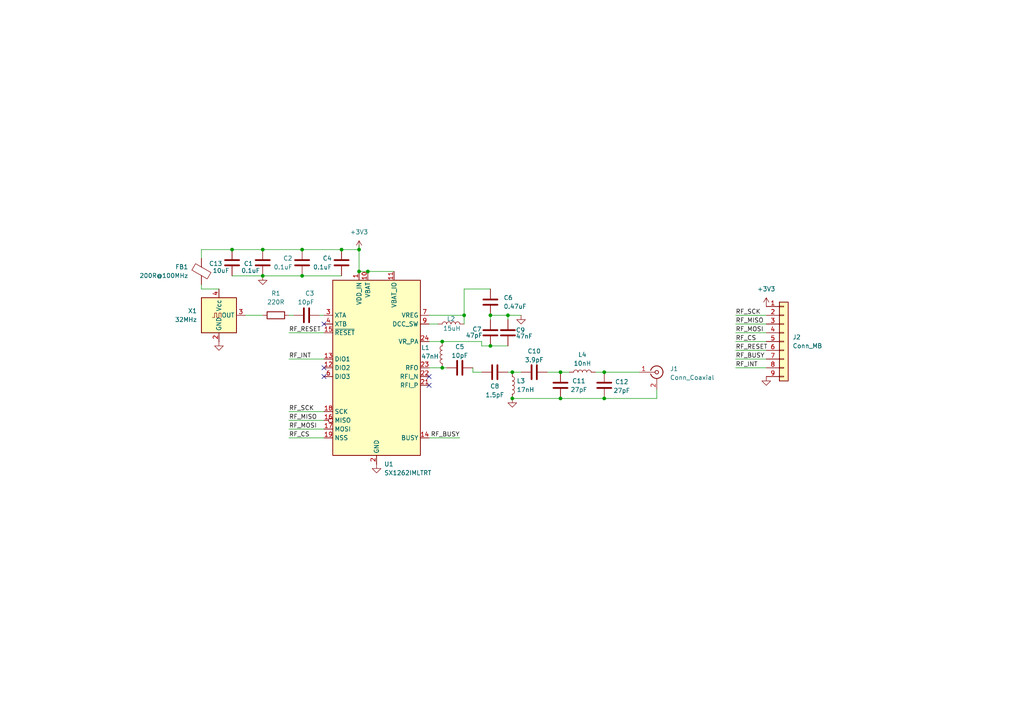
<source format=kicad_sch>
(kicad_sch (version 20250114) (generator "eeschema") (generator_version "9.0")
  (paper "A4")
  (title_block (title "LoRa Communication Module") (date "2025-05-18") (rev "v1.0") (company "Ottawa Skybound") (comment 1 "Designed by Adam Turaj"))
  (lib_symbols
    (symbol "Connector:Conn_Coaxial" (pin_names (offset 1.016) (hide yes))
      (property "Reference" "J" (at 0.254 3.048 0))
      (property "Value" "Conn_Coaxial" (at 2.921 0 90))
      (symbol "Conn_Coaxial_0_1"
        (polyline (pts (xy -2.54 0) (xy -0.508 0)))
        (arc (start 1.778 0) (mid 0.222 -1.8079) (end -1.778 -0.508) (stroke (width 0.254)))
        (arc (start -1.778 0.508) (mid 0.2221 1.8084) (end 1.778 0) (stroke (width 0.254)))
        (circle (center 0 0) (radius 0.508) (stroke (width 0.2032)))
        (polyline (pts (xy 0 -2.54) (xy 0 -1.778)))
      )
      (symbol "Conn_Coaxial_1_1"
        (pin passive line (at -5.08 0 0) (length 2.54) (name "In") (number "1"))
        (pin passive line (at 0 -5.08 90) (length 2.54) (name "Ext") (number "2"))
      )
    )
    (symbol "Connector_Generic:Conn_01x09" (pin_names (offset 1.016) (hide yes))
      (property "Reference" "J" (at 0 12.7 0))
      (property "Value" "Conn_01x09" (at 0 -12.7 0))
      (symbol "Conn_01x09_1_1"
        (rectangle (start -1.27 11.43) (end 1.27 -11.43) (stroke (width 0.254)) (fill (type background)))
        (rectangle (start -1.27 10.287) (end 0 10.033) (stroke (width 0.1524)))
        (rectangle (start -1.27 7.747) (end 0 7.493) (stroke (width 0.1524)))
        (rectangle (start -1.27 5.207) (end 0 4.953) (stroke (width 0.1524)))
        (rectangle (start -1.27 2.667) (end 0 2.413) (stroke (width 0.1524)))
        (rectangle (start -1.27 0.127) (end 0 -0.127) (stroke (width 0.1524)))
        (rectangle (start -1.27 -2.413) (end 0 -2.667) (stroke (width 0.1524)))
        (rectangle (start -1.27 -4.953) (end 0 -5.207) (stroke (width 0.1524)))
        (rectangle (start -1.27 -7.493) (end 0 -7.747) (stroke (width 0.1524)))
        (rectangle (start -1.27 -10.033) (end 0 -10.287) (stroke (width 0.1524)))
        (pin passive line (at -5.08 10.16 0) (length 3.81) (name "Pin_1") (number "1"))
        (pin passive line (at -5.08 7.62 0) (length 3.81) (name "Pin_2") (number "2"))
        (pin passive line (at -5.08 5.08 0) (length 3.81) (name "Pin_3") (number "3"))
        (pin passive line (at -5.08 2.54 0) (length 3.81) (name "Pin_4") (number "4"))
        (pin passive line (at -5.08 0 0) (length 3.81) (name "Pin_5") (number "5"))
        (pin passive line (at -5.08 -2.54 0) (length 3.81) (name "Pin_6") (number "6"))
        (pin passive line (at -5.08 -5.08 0) (length 3.81) (name "Pin_7") (number "7"))
        (pin passive line (at -5.08 -7.62 0) (length 3.81) (name "Pin_8") (number "8"))
        (pin passive line (at -5.08 -10.16 0) (length 3.81) (name "Pin_9") (number "9"))
      )
    )
    (symbol "Device:C" (pin_numbers (hide yes)) (pin_names (offset 0.254))
      (property "Reference" "C" (at 0.635 2.54 0))
      (property "Value" "C" (at 0.635 -2.54 0))
      (symbol "C_0_1"
        (polyline (pts (xy -2.032 0.762) (xy 2.032 0.762)) (stroke (width 0.508)))
        (polyline (pts (xy -2.032 -0.762) (xy 2.032 -0.762)) (stroke (width 0.508)))
      )
      (symbol "C_1_1"
        (pin passive line (at 0 3.81 270) (length 2.794) (name "~") (number "1"))
        (pin passive line (at 0 -3.81 90) (length 2.794) (name "~") (number "2"))
      )
    )
    (symbol "Device:FerriteBead" (pin_numbers (hide yes)) (pin_names (offset 0))
      (property "Reference" "FB" (at -3.81 0.635 90))
      (property "Value" "FerriteBead" (at 3.81 0 90))
      (symbol "FerriteBead_0_1"
        (polyline (pts (xy -2.7686 0.4064) (xy -1.7018 2.2606) (xy 2.7686 -0.3048) (xy 1.6764 -2.159) (xy -2.7686 0.4064)))
        (polyline (pts (xy 0 1.27) (xy 0 1.2954)))
        (polyline (pts (xy 0 -1.27) (xy 0 -1.2192)))
      )
      (symbol "FerriteBead_1_1"
        (pin passive line (at 0 3.81 270) (length 2.54) (name "~") (number "1"))
        (pin passive line (at 0 -3.81 90) (length 2.54) (name "~") (number "2"))
      )
    )
    (symbol "Device:L" (pin_numbers (hide yes)) (pin_names (offset 1.016) (hide yes))
      (property "Reference" "L" (at -1.27 0 90))
      (property "Value" "L" (at 1.905 0 90))
      (symbol "L_0_1"
        (arc (start 0 2.54) (mid 0.6323 1.905) (end 0 1.27))
        (arc (start 0 1.27) (mid 0.6323 0.635) (end 0 0))
        (arc (start 0 0) (mid 0.6323 -0.635) (end 0 -1.27))
        (arc (start 0 -1.27) (mid 0.6323 -1.905) (end 0 -2.54))
      )
      (symbol "L_1_1"
        (pin passive line (at 0 3.81 270) (length 1.27) (name "1") (number "1"))
        (pin passive line (at 0 -3.81 90) (length 1.27) (name "2") (number "2"))
      )
    )
    (symbol "Device:R" (pin_numbers (hide yes)) (pin_names (offset 0))
      (property "Reference" "R" (at 2.032 0 90))
      (property "Value" "R" (at 0 0 90))
      (symbol "R_0_1"
        (rectangle (start -1.016 -2.54) (end 1.016 2.54) (stroke (width 0.254)))
      )
      (symbol "R_1_1"
        (pin passive line (at 0 3.81 270) (length 1.27) (name "~") (number "1"))
        (pin passive line (at 0 -3.81 90) (length 1.27) (name "~") (number "2"))
      )
    )
    (symbol "Oscillator:TG2520SMN-xx.xxxxxxMhz-xxxxNM"
      (property "Reference" "X" (at -5.08 6.35 0))
      (property "Value" "TG2520SMN-xx.xxxxxxMhz-xxxxNM" (at 1.27 -6.35 0))
      (symbol "TG2520SMN-xx.xxxxxxMhz-xxxxNM_0_1"
        (rectangle (start -5.08 5.08) (end 5.08 -5.08) (stroke (width 0.254)) (fill (type background)))
        (polyline (pts (xy -1.905 -0.635) (xy -1.27 -0.635) (xy -1.27 0.635) (xy -0.635 0.635) (xy -0.635 -0.635) (xy 0 -0.635) (xy 0 0.635) (xy 0.635 0.635) (xy 0.635 -0.635)))
      )
      (symbol "TG2520SMN-xx.xxxxxxMhz-xxxxNM_1_1"
        (pin no_connect line (at -5.08 0 0) (length 2.54) (hide yes) (name "NC") (number "1"))
        (pin power_in line (at 0 7.62 270) (length 2.54) (name "Vcc") (number "4"))
        (pin power_in line (at 0 -7.62 90) (length 2.54) (name "GND") (number "2"))
        (pin output line (at 7.62 0 180) (length 2.54) (name "OUT") (number "3"))
      )
    )
    (symbol "RF:SX1262IMLTRT"
      (property "Reference" "U" (at 13.97 24.13 0))
      (property "Value" "SX1262IMLTRT" (at 13.97 21.59 0))
      (symbol "SX1262IMLTRT_0_1"
        (rectangle (start -12.7 25.4) (end 12.7 -25.4) (stroke (width 0.254)) (fill (type background)))
      )
      (symbol "SX1262IMLTRT_1_1"
        (pin bidirectional line (at -15.24 15.24 0) (length 2.54) (name "XTA") (number "3"))
        (pin bidirectional line (at -15.24 12.7 0) (length 2.54) (name "XTB") (number "4"))
        (pin input line (at -15.24 10.16 0) (length 2.54) (name "~{RESET}") (number "15"))
        (pin bidirectional line (at -15.24 2.54 0) (length 2.54) (name "DIO1") (number "13"))
        (pin bidirectional line (at -15.24 0 0) (length 2.54) (name "DIO2") (number "12"))
        (pin bidirectional line (at -15.24 -2.54 0) (length 2.54) (name "DIO3") (number "6"))
        (pin input line (at -15.24 -12.7 0) (length 2.54) (name "SCK") (number "18"))
        (pin tri_state inverted (at -15.24 -15.24 0) (length 2.54) (name "MISO") (number "16"))
        (pin input line (at -15.24 -17.78 0) (length 2.54) (name "MOSI") (number "17"))
        (pin input line (at -15.24 -20.32 0) (length 2.54) (name "NSS") (number "19"))
        (pin power_in line (at -5.08 27.94 270) (length 2.54) (name "VDD_IN") (number "1"))
        (pin power_in line (at -2.54 27.94 270) (length 2.54) (name "VBAT") (number "10"))
        (pin power_in line (at 0 -27.94 90) (length 2.54) (name "GND") (number "2"))
        (pin passive line (at 0 -27.94 90) (length 2.54) (hide yes) (name "GND") (number "20"))
        (pin passive line (at 0 -27.94 90) (length 2.54) (hide yes) (name "GND") (number "25"))
        (pin passive line (at 0 -27.94 90) (length 2.54) (hide yes) (name "GND") (number "5"))
        (pin passive line (at 0 -27.94 90) (length 2.54) (hide yes) (name "GND") (number "8"))
        (pin power_in line (at 5.08 27.94 270) (length 2.54) (name "VBAT_IO") (number "11"))
        (pin power_out line (at 15.24 15.24 180) (length 2.54) (name "VREG") (number "7"))
        (pin power_out line (at 15.24 12.7 180) (length 2.54) (name "DCC_SW") (number "9"))
        (pin power_out line (at 15.24 7.62 180) (length 2.54) (name "VR_PA") (number "24"))
        (pin output line (at 15.24 0 180) (length 2.54) (name "RFO") (number "23"))
        (pin input line (at 15.24 -2.54 180) (length 2.54) (name "RFI_N") (number "22"))
        (pin input line (at 15.24 -5.08 180) (length 2.54) (name "RFI_P") (number "21"))
        (pin output line (at 15.24 -20.32 180) (length 2.54) (name "BUSY") (number "14"))
      )
    )
    (symbol "power:+3V3" (power) (pin_numbers (hide yes)) (pin_names (offset 0) (hide yes))
      (property "Value" "+3V3" (at 0 3.556 0))
      (symbol "+3V3_0_1"
        (polyline (pts (xy -0.762 1.27) (xy 0 2.54)))
        (polyline (pts (xy 0 2.54) (xy 0.762 1.27)))
        (polyline (pts (xy 0 0) (xy 0 2.54)))
      )
      (symbol "+3V3_1_1"
        (pin power_in line (at 0 0 90) (length 0) (name "~") (number "1"))
      )
    )
    (symbol "power:GND" (power) (pin_numbers (hide yes)) (pin_names (offset 0) (hide yes))
      (property "Value" "GND" (at 0 -3.81 0))
      (symbol "GND_0_1"
        (polyline (pts (xy 0 0) (xy 0 -1.27) (xy 1.27 -1.27) (xy 0 -2.54) (xy -1.27 -1.27) (xy 0 -1.27)))
      )
      (symbol "GND_1_1"
        (pin power_in line (at 0 0 270) (length 0) (name "~") (number "1"))
      )
    )
  )
  (junction (at 106.68 78.74))
  (junction (at 162.56 115.57))
  (junction (at 175.26 115.57))
  (junction (at 128.27 106.68))
  (junction (at 104.14 72.39))
  (junction (at 87.63 72.39))
  (junction (at 99.06 72.39))
  (junction (at 175.26 107.95))
  (junction (at 128.27 99.06))
  (junction (at 142.24 100.33))
  (junction (at 67.31 72.39))
  (junction (at 76.2 72.39))
  (junction (at 134.62 91.44))
  (junction (at 142.24 91.44))
  (junction (at 162.56 107.95))
  (junction (at 76.2 80.01))
  (junction (at 104.14 78.74))
  (junction (at 148.59 107.95))
  (junction (at 148.59 115.57))
  (junction (at 147.32 91.44))
  (junction (at 87.63 80.01))
  (no_connect (at 93.98 93.98))
  (no_connect (at 93.98 109.22))
  (no_connect (at 93.98 106.68))
  (no_connect (at 124.46 111.76))
  (no_connect (at 124.46 109.22))
  (wire (pts (xy 213.36 93.98) (xy 222.25 93.98)))
  (wire (pts (xy 58.42 72.39) (xy 67.31 72.39)))
  (wire (pts (xy 213.36 106.68) (xy 222.25 106.68)))
  (wire (pts (xy 124.46 93.98) (xy 127 93.98)))
  (wire (pts (xy 99.06 72.39) (xy 104.14 72.39)))
  (wire (pts (xy 162.56 115.57) (xy 175.26 115.57)))
  (wire (pts (xy 175.26 115.57) (xy 190.5 115.57)))
  (wire (pts (xy 76.2 80.01) (xy 87.63 80.01)))
  (wire (pts (xy 213.36 96.52) (xy 222.25 96.52)))
  (wire (pts (xy 158.75 107.95) (xy 162.56 107.95)))
  (wire (pts (xy 67.31 72.39) (xy 76.2 72.39)))
  (wire (pts (xy 104.14 72.39) (xy 104.14 78.74)))
  (wire (pts (xy 124.46 91.44) (xy 134.62 91.44)))
  (wire (pts (xy 147.32 91.44) (xy 147.32 92.71)))
  (wire (pts (xy 104.14 78.74) (xy 106.68 78.74)))
  (wire (pts (xy 190.5 115.57) (xy 190.5 113.03)))
  (wire (pts (xy 124.46 99.06) (xy 128.27 99.06)))
  (wire (pts (xy 58.42 83.82) (xy 63.5 83.82)))
  (wire (pts (xy 148.59 115.57) (xy 162.56 115.57)))
  (wire (pts (xy 83.82 91.44) (xy 85.09 91.44)))
  (wire (pts (xy 104.14 71.12) (xy 104.14 72.39)))
  (wire (pts (xy 172.72 107.95) (xy 175.26 107.95)))
  (wire (pts (xy 83.82 124.46) (xy 93.98 124.46)))
  (wire (pts (xy 92.71 91.44) (xy 93.98 91.44)))
  (wire (pts (xy 134.62 83.82) (xy 142.24 83.82)))
  (wire (pts (xy 83.82 121.92) (xy 93.98 121.92)))
  (wire (pts (xy 87.63 72.39) (xy 99.06 72.39)))
  (wire (pts (xy 58.42 74.93) (xy 58.42 72.39)))
  (wire (pts (xy 58.42 82.55) (xy 58.42 83.82)))
  (wire (pts (xy 67.31 80.01) (xy 76.2 80.01)))
  (wire (pts (xy 142.24 100.33) (xy 139.7 100.33)))
  (wire (pts (xy 162.56 107.95) (xy 165.1 107.95)))
  (wire (pts (xy 148.59 107.95) (xy 151.13 107.95)))
  (wire (pts (xy 213.36 99.06) (xy 222.25 99.06)))
  (wire (pts (xy 213.36 104.14) (xy 222.25 104.14)))
  (wire (pts (xy 83.82 96.52) (xy 93.98 96.52)))
  (wire (pts (xy 87.63 80.01) (xy 99.06 80.01)))
  (wire (pts (xy 213.36 101.6) (xy 222.25 101.6)))
  (wire (pts (xy 142.24 91.44) (xy 142.24 92.71)))
  (wire (pts (xy 128.27 99.06) (xy 139.7 99.06)))
  (wire (pts (xy 142.24 91.44) (xy 147.32 91.44)))
  (wire (pts (xy 137.16 106.68) (xy 137.16 107.95)))
  (wire (pts (xy 106.68 78.74) (xy 114.3 78.74)))
  (wire (pts (xy 133.35 127) (xy 124.46 127)))
  (wire (pts (xy 137.16 107.95) (xy 139.7 107.95)))
  (wire (pts (xy 83.82 127) (xy 93.98 127)))
  (wire (pts (xy 147.32 107.95) (xy 148.59 107.95)))
  (wire (pts (xy 134.62 91.44) (xy 134.62 93.98)))
  (wire (pts (xy 139.7 100.33) (xy 139.7 99.06)))
  (wire (pts (xy 83.82 119.38) (xy 93.98 119.38)))
  (wire (pts (xy 175.26 107.95) (xy 185.42 107.95)))
  (wire (pts (xy 71.12 91.44) (xy 76.2 91.44)))
  (wire (pts (xy 83.82 104.14) (xy 93.98 104.14)))
  (wire (pts (xy 213.36 91.44) (xy 222.25 91.44)))
  (wire (pts (xy 76.2 72.39) (xy 87.63 72.39)))
  (wire (pts (xy 124.46 106.68) (xy 128.27 106.68)))
  (wire (pts (xy 134.62 83.82) (xy 134.62 91.44)))
  (wire (pts (xy 129.54 106.68) (xy 128.27 106.68)))
  (wire (pts (xy 147.32 100.33) (xy 142.24 100.33)))
  (wire (pts (xy 147.32 91.44) (xy 151.13 91.44)))
  (label "RF_INT" (at 83.82 104.14 0))
  (label "RF_BUSY" (at 133.35 127 180))
  (label "RF_MOSI" (at 213.36 96.52 0))
  (label "RF_BUSY" (at 213.36 104.14 0))
  (label "RF_RESET" (at 83.82 96.52 0))
  (label "RF_INT" (at 213.36 106.68 0))
  (label "RF_MISO" (at 213.36 93.98 0))
  (label "RF_SCK" (at 213.36 91.44 0))
  (label "RF_RESET" (at 213.36 101.6 0))
  (label "RF_MISO" (at 83.82 121.92 0))
  (label "RF_MOSI" (at 83.82 124.46 0))
  (label "RF_CS" (at 83.82 127 0))
  (label "RF_CS" (at 213.36 99.06 0))
  (label "RF_SCK" (at 83.82 119.38 0))
  (symbol (lib_id "Device:C") (at 133.35 106.68 90) (unit 1)
    (property "Reference" "C5" (at 133.35 100.584 90))
    (property "Value" "10pF" (at 133.35 103.124 90))
    (property "Footprint" "Capacitor_SMD:C_0402_1005Metric" (effects (hide yes)))
    (property "Description" "Unpolarized capacitor" (effects (hide yes)))
  )
  (symbol (lib_id "Device:C") (at 142.24 96.52 0) (mirror y) (unit 1)
    (property "Reference" "C7" (at 139.7 95.504 0) (effects (justify left)))
    (property "Value" "47pF" (at 139.954 97.282 0) (effects (justify left)))
    (property "Footprint" "Capacitor_SMD:C_0402_1005Metric" (effects (hide yes)))
    (property "Description" "Unpolarized capacitor" (effects (hide yes)))
  )
  (symbol (lib_id "Device:C") (at 142.24 87.63 0) (unit 1)
    (property "Reference" "C6" (at 146.05 86.3599 0) (effects (justify left)))
    (property "Value" "0.47uF" (at 146.05 88.8999 0) (effects (justify left)))
    (property "Footprint" "Capacitor_SMD:C_0402_1005Metric" (effects (hide yes)))
    (property "Description" "Unpolarized capacitor" (effects (hide yes)))
  )
  (symbol (lib_id "power:GND") (at 63.5 99.06 0) (unit 1)
    (property "Reference" "#PWR01" (effects (hide yes)))
    (property "Value" "GND" (effects (hide yes)))
    (property "Description" "Power symbol creates a global label with name \"GND\" , ground" (effects (hide yes)))
  )
  (symbol (lib_id "Device:C") (at 162.56 111.76 180) (unit 1)
    (property "Reference" "C11" (at 167.894 110.49 0))
    (property "Value" "27pF" (at 167.894 113.03 0))
    (property "Footprint" "Capacitor_SMD:C_0402_1005Metric" (effects (hide yes)))
    (property "Description" "Unpolarized capacitor" (effects (hide yes)))
  )
  (symbol (lib_id "Device:L") (at 168.91 107.95 90) (unit 1)
    (property "Reference" "L4" (at 168.91 102.87 90))
    (property "Value" "10nH" (at 168.91 105.41 90))
    (property "Footprint" "Inductor_SMD:L_0402_1005Metric" (effects (hide yes)))
    (property "Description" "Inductor" (effects (hide yes)))
    (property "Part Number" "LQW15AN10NG80D" (effects (hide yes)))
  )
  (symbol (lib_id "Device:C") (at 147.32 96.52 0) (unit 1)
    (property "Reference" "C9" (at 149.606 95.758 0) (effects (justify left)))
    (property "Value" "47nF" (at 149.606 97.536 0) (effects (justify left)))
    (property "Footprint" "Capacitor_SMD:C_0402_1005Metric" (effects (hide yes)))
    (property "Description" "Unpolarized capacitor" (effects (hide yes)))
  )
  (symbol (lib_id "Device:C") (at 99.06 76.2 0) (unit 1)
    (property "Reference" "C4" (at 96.266 74.93 0) (effects (justify right)))
    (property "Value" "0.1uF" (at 96.266 77.47 0) (effects (justify right)))
    (property "Footprint" "Capacitor_SMD:C_0402_1005Metric" (effects (hide yes)))
    (property "Description" "Unpolarized capacitor" (effects (hide yes)))
  )
  (symbol (lib_id "power:GND") (at 151.13 91.44 0) (unit 1)
    (property "Reference" "#PWR06" (effects (hide yes)))
    (property "Value" "GND" (effects (hide yes)))
    (property "Description" "Power symbol creates a global label with name \"GND\" , ground" (effects (hide yes)))
  )
  (symbol (lib_id "Connector:Conn_Coaxial") (at 190.5 107.95 0) (unit 1)
    (property "Reference" "J1" (at 194.31 106.9731 0) (effects (justify left)))
    (property "Value" "Conn_Coaxial" (at 194.31 109.5131 0) (effects (justify left)))
    (property "Footprint" "Connector_Coaxial:SMA_Molex_0732511353_Vertical" (effects (hide yes)))
    (property "Description" "coaxial connector (BNC, SMA, SMB, SMC, Cinch/RCA, LEMO, ...)" (effects (hide yes)))
  )
  (symbol (lib_id "Oscillator:TG2520SMN-xx.xxxxxxMhz-xxxxNM") (at 63.5 91.44 0) (unit 1)
    (property "Reference" "X1" (at 57.15 90.1699 0) (effects (justify right)))
    (property "Value" "32MHz" (at 57.15 92.7099 0) (effects (justify right)))
    (property "Footprint" "Oscillator:Oscillator_SMD_SeikoEpson_SG8002CE-4Pin_3.2x2.5mm" (effects (hide yes)))
    (property "Datasheet" "https://support.epson.biz/td/api/doc_check.php?dl=app_TG2520SMN&lang=en" (effects (hide yes)))
    (property "Description" "Crystal Oscillator Low Profile / High Stability TCXO" (effects (hide yes)))
    (property "Part Number" "TX32-M010S-32.000-X-R" (effects (hide yes)))
  )
  (symbol (lib_id "RF:SX1262IMLTRT") (at 109.22 106.68 0) (unit 1)
    (property "Reference" "U1" (at 111.4141 134.62 0) (effects (justify left)))
    (property "Value" "SX1262IMLTRT" (at 111.4141 137.16 0) (effects (justify left)))
    (property "Footprint" "Package_DFN_QFN:QFN-24-1EP_4x4mm_P0.5mm_EP2.6x2.6mm" (effects (hide yes)))
    (property "Datasheet" "https://semtech.file.force.com/sfc/dist/version/download/?oid=00DE0000000JelG&ids=0682R00000IjPWSQA3&d=%2Fa%2F2R000000Un7F%2FyT.fKdAr9ZAo3cJLc4F2cBdUsMftpT2vsOICP7NmvMo" (effects (hide yes)))
    (property "Description" "150 MHz to 960 MHz Low Power Long Range Transceiver, 22dBm output power, spreading factor from 5 to 12, LoRA, QFN-24" (effects (hide yes)))
  )
  (symbol (lib_id "Device:L") (at 128.27 102.87 0) (mirror y) (unit 1)
    (property "Reference" "L1" (at 122.174 100.838 0) (effects (justify right)))
    (property "Value" "47nH" (at 122.174 103.378 0) (effects (justify right)))
    (property "Footprint" "Inductor_SMD:L_0402_1005Metric" (effects (hide yes)))
    (property "Description" "Inductor" (effects (hide yes)))
    (property "Part Number" "LQW15AN47NJ00D" (effects (hide yes)))
  )
  (symbol (lib_id "Device:L") (at 130.81 93.98 90) (unit 1)
    (property "Reference" "L2" (at 130.81 92.456 90))
    (property "Value" "15uH" (at 131.064 95.25 90))
    (property "Footprint" "Inductor_SMD:L_0805_2012Metric" (effects (hide yes)))
    (property "Description" "Inductor" (effects (hide yes)))
    (property "Part Number" "MLZ2012N150LT000" (effects (hide yes)))
  )
  (symbol (lib_id "Device:L") (at 148.59 111.76 0) (unit 1)
    (property "Reference" "L3" (at 149.86 110.4899 0) (effects (justify left)))
    (property "Value" "17nH" (at 149.86 113.0299 0) (effects (justify left)))
    (property "Footprint" "Inductor_SMD:L_0402_1005Metric" (effects (hide yes)))
    (property "Description" "Inductor" (effects (hide yes)))
    (property "Part Number" "LQW15AN17NG80D" (effects (hide yes)))
  )
  (symbol (lib_id "Device:FerriteBead") (at 58.42 78.74 0) (unit 1)
    (property "Reference" "FB1" (at 54.61 77.4191 0) (effects (justify right)))
    (property "Value" "200R@100MHz" (at 54.61 79.9591 0) (effects (justify right)))
    (property "Footprint" "Inductor_SMD:L_0402_1005Metric" (effects (hide yes)))
    (property "Description" "Ferrite bead" (effects (hide yes)))
  )
  (symbol (lib_id "Device:R") (at 80.01 91.44 90) (unit 1)
    (property "Reference" "R1" (at 80.01 85.09 90))
    (property "Value" "220R" (at 80.01 87.63 90))
    (property "Footprint" "Resistor_SMD:R_0402_1005Metric" (effects (hide yes)))
    (property "Description" "Resistor" (effects (hide yes)))
  )
  (symbol (lib_id "Connector_Generic:Conn_01x09") (at 227.33 99.06 0) (unit 1)
    (property "Reference" "J2" (at 229.87 97.7899 0) (effects (justify left)))
    (property "Value" "Conn_MB" (at 229.87 100.3299 0) (effects (justify left)))
    (property "Footprint" "Connector_JST:JST_XH_B9B-XH-A_1x09_P2.50mm_Vertical" (effects (hide yes)))
    (property "Description" "Generic connector, single row, 01x09, script generated (kicad-library-utils/schlib/autogen/connector/)" (effects (hide yes)))
  )
  (symbol (lib_id "power:+3V3") (at 222.25 88.9 0) (unit 1)
    (property "Reference" "#PWR07" (effects (hide yes)))
    (property "Value" "+3V3" (at 222.25 83.82 0))
    (property "Description" "Power symbol creates a global label with name \"+3V3\"" (effects (hide yes)))
  )
  (symbol (lib_id "Device:C") (at 154.94 107.95 90) (unit 1)
    (property "Reference" "C10" (at 154.94 101.854 90))
    (property "Value" "3.9pF" (at 154.94 104.394 90))
    (property "Footprint" "Capacitor_SMD:C_0402_1005Metric" (effects (hide yes)))
    (property "Description" "Unpolarized capacitor" (effects (hide yes)))
  )
  (symbol (lib_id "Device:C") (at 76.2 76.2 0) (unit 1)
    (property "Reference" "C1" (at 73.406 76.454 0) (effects (justify right)))
    (property "Value" "0.1uF" (at 75.438 78.486 0) (effects (justify right)))
    (property "Footprint" "Capacitor_SMD:C_0402_1005Metric" (effects (hide yes)))
    (property "Description" "Unpolarized capacitor" (effects (hide yes)))
  )
  (symbol (lib_id "power:GND") (at 222.25 109.22 0) (unit 1)
    (property "Reference" "#PWR08" (effects (hide yes)))
    (property "Value" "GND" (effects (hide yes)))
    (property "Description" "Power symbol creates a global label with name \"GND\" , ground" (effects (hide yes)))
  )
  (symbol (lib_id "power:GND") (at 148.59 115.57 0) (unit 1)
    (property "Reference" "#PWR05" (effects (hide yes)))
    (property "Value" "GND" (effects (hide yes)))
    (property "Description" "Power symbol creates a global label with name \"GND\" , ground" (effects (hide yes)))
  )
  (symbol (lib_id "Device:C") (at 143.51 107.95 90) (mirror x) (unit 1)
    (property "Reference" "C8" (at 143.51 112.014 90))
    (property "Value" "1.5pF" (at 143.51 114.554 90))
    (property "Footprint" "Capacitor_SMD:C_0402_1005Metric" (effects (hide yes)))
    (property "Description" "Unpolarized capacitor" (effects (hide yes)))
  )
  (symbol (lib_id "power:GND") (at 76.2 80.01 0) (unit 1)
    (property "Reference" "#PWR02" (effects (hide yes)))
    (property "Value" "GND" (effects (hide yes)))
    (property "Description" "Power symbol creates a global label with name \"GND\" , ground" (effects (hide yes)))
  )
  (symbol (lib_id "Device:C") (at 88.9 91.44 270) (unit 1)
    (property "Reference" "C3" (at 91.186 85.09 90) (effects (justify right)))
    (property "Value" "10pF" (at 91.186 87.63 90) (effects (justify right)))
    (property "Footprint" "Capacitor_SMD:C_0402_1005Metric" (effects (hide yes)))
    (property "Description" "Unpolarized capacitor" (effects (hide yes)))
  )
  (symbol (lib_id "Device:C") (at 67.31 76.2 0) (unit 1)
    (property "Reference" "C13" (at 64.516 76.454 0) (effects (justify right)))
    (property "Value" "10uF" (at 66.548 78.486 0) (effects (justify right)))
    (property "Footprint" "Capacitor_SMD:C_0402_1005Metric" (effects (hide yes)))
    (property "Description" "Unpolarized capacitor" (effects (hide yes)))
  )
  (symbol (lib_id "Device:C") (at 87.63 76.2 0) (unit 1)
    (property "Reference" "C2" (at 84.836 74.93 0) (effects (justify right)))
    (property "Value" "0.1uF" (at 84.836 77.47 0) (effects (justify right)))
    (property "Footprint" "Capacitor_SMD:C_0402_1005Metric" (effects (hide yes)))
    (property "Description" "Unpolarized capacitor" (effects (hide yes)))
  )
  (symbol (lib_id "Device:C") (at 175.26 111.76 0) (unit 1)
    (property "Reference" "C12" (at 180.34 110.744 0))
    (property "Value" "27pF" (at 180.34 113.284 0))
    (property "Footprint" "Capacitor_SMD:C_0402_1005Metric" (effects (hide yes)))
    (property "Description" "Unpolarized capacitor" (effects (hide yes)))
  )
  (symbol (lib_id "power:GND") (at 109.22 134.62 0) (unit 1)
    (property "Reference" "#PWR04" (effects (hide yes)))
    (property "Value" "GND" (effects (hide yes)))
    (property "Description" "Power symbol creates a global label with name \"GND\" , ground" (effects (hide yes)))
  )
  (symbol (lib_id "power:+3V3") (at 104.14 72.39 0) (unit 1)
    (property "Reference" "#PWR03" (effects (hide yes)))
    (property "Value" "+3V3" (at 104.14 67.31 0))
    (property "Description" "Power symbol creates a global label with name \"+3V3\"" (effects (hide yes)))
  )
)
</source>
